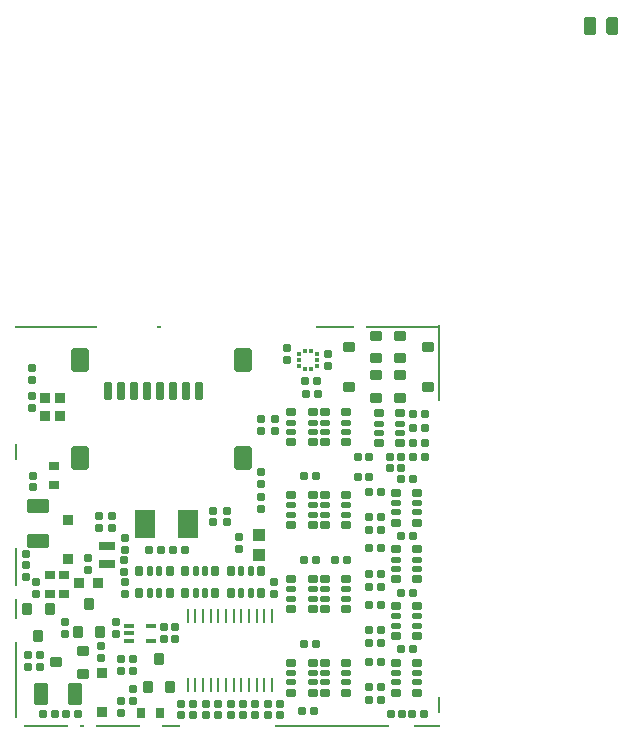
<source format=gbp>
G75*
G70*
%OFA0B0*%
%FSLAX25Y25*%
%IPPOS*%
%LPD*%
%AMOC8*
5,1,8,0,0,1.08239X$1,22.5*
%
%AMM100*
21,1,0.035830,0.026770,-0.000000,0.000000,90.000000*
21,1,0.029130,0.033470,-0.000000,0.000000,90.000000*
1,1,0.006690,0.013390,0.014570*
1,1,0.006690,0.013390,-0.014570*
1,1,0.006690,-0.013390,-0.014570*
1,1,0.006690,-0.013390,0.014570*
%
%AMM101*
21,1,0.027560,0.049610,-0.000000,0.000000,90.000000*
21,1,0.022050,0.055120,-0.000000,0.000000,90.000000*
1,1,0.005510,0.024800,0.011020*
1,1,0.005510,0.024800,-0.011020*
1,1,0.005510,-0.024800,-0.011020*
1,1,0.005510,-0.024800,0.011020*
%
%AMM102*
21,1,0.070870,0.036220,-0.000000,0.000000,180.000000*
21,1,0.061810,0.045280,-0.000000,0.000000,180.000000*
1,1,0.009060,-0.030910,0.018110*
1,1,0.009060,0.030910,0.018110*
1,1,0.009060,0.030910,-0.018110*
1,1,0.009060,-0.030910,-0.018110*
%
%AMM103*
21,1,0.027560,0.030710,-0.000000,0.000000,180.000000*
21,1,0.022050,0.036220,-0.000000,0.000000,180.000000*
1,1,0.005510,-0.011020,0.015350*
1,1,0.005510,0.011020,0.015350*
1,1,0.005510,0.011020,-0.015350*
1,1,0.005510,-0.011020,-0.015350*
%
%AMM59*
21,1,0.025590,0.026380,-0.000000,0.000000,0.000000*
21,1,0.020470,0.031500,-0.000000,0.000000,0.000000*
1,1,0.005120,0.010240,-0.013190*
1,1,0.005120,-0.010240,-0.013190*
1,1,0.005120,-0.010240,0.013190*
1,1,0.005120,0.010240,0.013190*
%
%AMM60*
21,1,0.017720,0.027950,-0.000000,0.000000,0.000000*
21,1,0.014170,0.031500,-0.000000,0.000000,0.000000*
1,1,0.003540,0.007090,-0.013980*
1,1,0.003540,-0.007090,-0.013980*
1,1,0.003540,-0.007090,0.013980*
1,1,0.003540,0.007090,0.013980*
%
%AMM63*
21,1,0.027560,0.018900,-0.000000,0.000000,180.000000*
21,1,0.022840,0.023620,-0.000000,0.000000,180.000000*
1,1,0.004720,-0.011420,0.009450*
1,1,0.004720,0.011420,0.009450*
1,1,0.004720,0.011420,-0.009450*
1,1,0.004720,-0.011420,-0.009450*
%
%AMM65*
21,1,0.027560,0.018900,-0.000000,0.000000,270.000000*
21,1,0.022840,0.023620,-0.000000,0.000000,270.000000*
1,1,0.004720,-0.009450,-0.011420*
1,1,0.004720,-0.009450,0.011420*
1,1,0.004720,0.009450,0.011420*
1,1,0.004720,0.009450,-0.011420*
%
%AMM67*
21,1,0.035430,0.030320,-0.000000,0.000000,0.000000*
21,1,0.028350,0.037400,-0.000000,0.000000,0.000000*
1,1,0.007090,0.014170,-0.015160*
1,1,0.007090,-0.014170,-0.015160*
1,1,0.007090,-0.014170,0.015160*
1,1,0.007090,0.014170,0.015160*
%
%AMM70*
21,1,0.027560,0.030710,-0.000000,0.000000,90.000000*
21,1,0.022050,0.036220,-0.000000,0.000000,90.000000*
1,1,0.005510,0.015350,0.011020*
1,1,0.005510,0.015350,-0.011020*
1,1,0.005510,-0.015350,-0.011020*
1,1,0.005510,-0.015350,0.011020*
%
%AMM91*
21,1,0.033470,0.026770,-0.000000,0.000000,180.000000*
21,1,0.026770,0.033470,-0.000000,0.000000,180.000000*
1,1,0.006690,-0.013390,0.013390*
1,1,0.006690,0.013390,0.013390*
1,1,0.006690,0.013390,-0.013390*
1,1,0.006690,-0.013390,-0.013390*
%
%AMM92*
21,1,0.025590,0.026380,-0.000000,0.000000,90.000000*
21,1,0.020470,0.031500,-0.000000,0.000000,90.000000*
1,1,0.005120,0.013190,0.010240*
1,1,0.005120,0.013190,-0.010240*
1,1,0.005120,-0.013190,-0.010240*
1,1,0.005120,-0.013190,0.010240*
%
%AMM93*
21,1,0.017720,0.027950,-0.000000,0.000000,90.000000*
21,1,0.014170,0.031500,-0.000000,0.000000,90.000000*
1,1,0.003540,0.013980,0.007090*
1,1,0.003540,0.013980,-0.007090*
1,1,0.003540,-0.013980,-0.007090*
1,1,0.003540,-0.013980,0.007090*
%
%AMM94*
21,1,0.033470,0.026770,-0.000000,0.000000,90.000000*
21,1,0.026770,0.033470,-0.000000,0.000000,90.000000*
1,1,0.006690,0.013390,0.013390*
1,1,0.006690,0.013390,-0.013390*
1,1,0.006690,-0.013390,-0.013390*
1,1,0.006690,-0.013390,0.013390*
%
%AMM95*
21,1,0.078740,0.045670,-0.000000,0.000000,270.000000*
21,1,0.067320,0.057090,-0.000000,0.000000,270.000000*
1,1,0.011420,-0.022840,-0.033660*
1,1,0.011420,-0.022840,0.033660*
1,1,0.011420,0.022840,0.033660*
1,1,0.011420,0.022840,-0.033660*
%
%AMM96*
21,1,0.059060,0.020470,-0.000000,0.000000,270.000000*
21,1,0.053940,0.025590,-0.000000,0.000000,270.000000*
1,1,0.005120,-0.010240,-0.026970*
1,1,0.005120,-0.010240,0.026970*
1,1,0.005120,0.010240,0.026970*
1,1,0.005120,0.010240,-0.026970*
%
%AMM97*
21,1,0.035430,0.030320,-0.000000,0.000000,270.000000*
21,1,0.028350,0.037400,-0.000000,0.000000,270.000000*
1,1,0.007090,-0.015160,-0.014170*
1,1,0.007090,-0.015160,0.014170*
1,1,0.007090,0.015160,0.014170*
1,1,0.007090,0.015160,-0.014170*
%
%AMM98*
21,1,0.012600,0.028980,-0.000000,0.000000,270.000000*
21,1,0.010080,0.031500,-0.000000,0.000000,270.000000*
1,1,0.002520,-0.014490,-0.005040*
1,1,0.002520,-0.014490,0.005040*
1,1,0.002520,0.014490,0.005040*
1,1,0.002520,0.014490,-0.005040*
%
%AMM99*
21,1,0.070870,0.036220,-0.000000,0.000000,90.000000*
21,1,0.061810,0.045280,-0.000000,0.000000,90.000000*
1,1,0.009060,0.018110,0.030910*
1,1,0.009060,0.018110,-0.030910*
1,1,0.009060,-0.018110,-0.030910*
1,1,0.009060,-0.018110,0.030910*
%
%ADD116R,0.01378X0.01476*%
%ADD123R,0.01476X0.01378*%
%ADD13R,0.14567X0.00787*%
%ADD14R,0.01575X0.00787*%
%ADD147M59*%
%ADD148M60*%
%ADD15R,0.06299X0.00787*%
%ADD152M63*%
%ADD154M65*%
%ADD156M67*%
%ADD16R,0.38189X0.00787*%
%ADD160M70*%
%ADD17R,0.09055X0.00787*%
%ADD18R,0.00787X0.05512*%
%ADD183M91*%
%ADD184M92*%
%ADD185M93*%
%ADD186M94*%
%ADD187M95*%
%ADD188M96*%
%ADD189M97*%
%ADD19R,0.00787X0.25197*%
%ADD190M98*%
%ADD191O,0.00984X0.04961*%
%ADD192M99*%
%ADD193M100*%
%ADD194R,0.06693X0.09449*%
%ADD195M101*%
%ADD196R,0.04331X0.03937*%
%ADD197M102*%
%ADD198M103*%
%ADD20R,0.00787X0.06693*%
%ADD21R,0.00787X0.12992*%
%ADD22R,0.27559X0.00787*%
%ADD23R,0.12992X0.00787*%
%ADD24R,0.24803X0.00787*%
X0000000Y0000000D02*
%LPD*%
G01*
G36*
G01*
X0289547Y0277067D02*
X0289547Y0281988D01*
G75*
G02*
X0289941Y0282382I0000394J0000000D01*
G01*
X0293091Y0282382D01*
G75*
G02*
X0293484Y0281988I0000000J-000394D01*
G01*
X0293484Y0277067D01*
G75*
G02*
X0293091Y0276673I-000394J0000000D01*
G01*
X0289941Y0276673D01*
G75*
G02*
X0289547Y0277067I0000000J0000394D01*
G01*
G37*
G36*
G01*
X0297028Y0277067D02*
X0297028Y0281988D01*
G75*
G02*
X0297421Y0282382I0000394J0000000D01*
G01*
X0300571Y0282382D01*
G75*
G02*
X0300965Y0281988I0000000J-000394D01*
G01*
X0300965Y0277067D01*
G75*
G02*
X0300571Y0276673I-000394J0000000D01*
G01*
X0297421Y0276673D01*
G75*
G02*
X0297028Y0277067I0000000J0000394D01*
G01*
G37*
X0241634Y0045768D02*
G01*
G75*
D21*
X0100295Y0099115D02*
D03*
D20*
X0100295Y0085335D02*
D03*
D23*
X0206398Y0179233D02*
D03*
D18*
X0100295Y0137500D02*
D03*
X0241240Y0053248D02*
D03*
D19*
X0241240Y0167028D02*
D03*
X0100295Y0061516D02*
D03*
D16*
X0205610Y0046162D02*
D03*
D17*
X0237106Y0046162D02*
D03*
D15*
X0151870Y0046162D02*
D03*
D24*
X0229232Y0179233D02*
D03*
D22*
X0113681Y0179233D02*
D03*
D13*
X0134351Y0046162D02*
D03*
X0110335Y0046162D02*
D03*
D14*
X0122343Y0046162D02*
D03*
X0147933Y0179233D02*
D03*
D147*
X0156595Y0097737D02*
D03*
X0181890Y0097737D02*
D03*
X0166634Y0097737D02*
D03*
X0171850Y0097737D02*
D03*
X0141339Y0090650D02*
D03*
X0141339Y0097737D02*
D03*
X0151378Y0097737D02*
D03*
X0151378Y0090650D02*
D03*
X0181890Y0090650D02*
D03*
X0171850Y0090650D02*
D03*
X0166634Y0090650D02*
D03*
X0156595Y0090650D02*
D03*
D148*
X0160040Y0097737D02*
D03*
X0175295Y0097737D02*
D03*
X0163189Y0097737D02*
D03*
X0178445Y0097737D02*
D03*
X0147933Y0097737D02*
D03*
X0144784Y0097737D02*
D03*
X0144784Y0090650D02*
D03*
X0147933Y0090650D02*
D03*
X0175295Y0090650D02*
D03*
X0178445Y0090650D02*
D03*
X0160040Y0090650D02*
D03*
X0163189Y0090650D02*
D03*
D152*
X0103445Y0099705D02*
D03*
X0103445Y0095768D02*
D03*
X0106988Y0094193D02*
D03*
X0106988Y0090256D02*
D03*
X0124311Y0102067D02*
D03*
X0124311Y0098130D02*
D03*
X0182013Y0130720D02*
D03*
X0182013Y0126783D02*
D03*
X0182013Y0122524D02*
D03*
X0182013Y0118587D02*
D03*
X0149546Y0079202D02*
D03*
X0149546Y0075265D02*
D03*
X0153269Y0079202D02*
D03*
X0153269Y0075265D02*
D03*
X0116437Y0076786D02*
D03*
X0116437Y0080723D02*
D03*
X0105504Y0165420D02*
D03*
X0105743Y0129672D02*
D03*
X0182013Y0144587D02*
D03*
X0127855Y0112303D02*
D03*
X0132185Y0112303D02*
D03*
X0136404Y0108873D02*
D03*
X0136349Y0097596D02*
D03*
X0166009Y0118012D02*
D03*
X0174494Y0105286D02*
D03*
X0204360Y0170203D02*
D03*
X0186516Y0144587D02*
D03*
X0103445Y0103642D02*
D03*
X0136440Y0090256D02*
D03*
X0135042Y0068603D02*
D03*
X0135042Y0054538D02*
D03*
X0139272Y0068603D02*
D03*
X0139272Y0054538D02*
D03*
X0186180Y0094241D02*
D03*
X0188091Y0049705D02*
D03*
X0127855Y0116240D02*
D03*
X0166009Y0114075D02*
D03*
X0170497Y0114075D02*
D03*
X0170497Y0118012D02*
D03*
X0190453Y0172146D02*
D03*
X0190453Y0168209D02*
D03*
X0204360Y0166266D02*
D03*
X0133536Y0080821D02*
D03*
X0133536Y0076884D02*
D03*
X0135042Y0050600D02*
D03*
X0136440Y0094193D02*
D03*
X0174494Y0109223D02*
D03*
X0136349Y0101533D02*
D03*
X0136404Y0104936D02*
D03*
X0139272Y0064666D02*
D03*
X0186180Y0090304D02*
D03*
X0188091Y0053642D02*
D03*
X0105743Y0125735D02*
D03*
X0103445Y0099705D02*
D03*
X0128469Y0072933D02*
D03*
X0128469Y0068996D02*
D03*
X0135042Y0064666D02*
D03*
X0186516Y0148524D02*
D03*
X0182013Y0148524D02*
D03*
X0132185Y0116240D02*
D03*
X0105504Y0161483D02*
D03*
X0105504Y0152167D02*
D03*
X0105504Y0156104D02*
D03*
X0139272Y0058475D02*
D03*
X0184154Y0049705D02*
D03*
X0184154Y0053642D02*
D03*
X0171752Y0049705D02*
D03*
X0171752Y0053642D02*
D03*
X0167618Y0049705D02*
D03*
X0167618Y0053642D02*
D03*
X0159350Y0049705D02*
D03*
X0159350Y0053642D02*
D03*
X0163484Y0049705D02*
D03*
X0163484Y0053642D02*
D03*
X0155217Y0049705D02*
D03*
X0155217Y0053642D02*
D03*
X0175886Y0049705D02*
D03*
X0175886Y0053642D02*
D03*
X0180020Y0049705D02*
D03*
X0180020Y0053642D02*
D03*
D154*
X0152658Y0104695D02*
D03*
X0148425Y0104695D02*
D03*
X0236516Y0150099D02*
D03*
X0236516Y0145374D02*
D03*
X0236516Y0140650D02*
D03*
X0236516Y0135926D02*
D03*
X0108169Y0065847D02*
D03*
X0108169Y0069981D02*
D03*
X0200390Y0161161D02*
D03*
X0196453Y0161161D02*
D03*
X0109351Y0050232D02*
D03*
X0113287Y0050232D02*
D03*
X0144488Y0104695D02*
D03*
X0156595Y0104695D02*
D03*
X0200886Y0156989D02*
D03*
X0196949Y0156989D02*
D03*
X0228662Y0132216D02*
D03*
X0224725Y0132216D02*
D03*
X0224725Y0135926D02*
D03*
X0228662Y0135926D02*
D03*
X0214075Y0135926D02*
D03*
X0218012Y0135926D02*
D03*
X0232579Y0135926D02*
D03*
X0232579Y0140650D02*
D03*
X0232579Y0150099D02*
D03*
X0232579Y0145374D02*
D03*
X0199385Y0051267D02*
D03*
X0195448Y0051267D02*
D03*
X0196358Y0101477D02*
D03*
X0200295Y0101477D02*
D03*
X0206595Y0101477D02*
D03*
X0210532Y0101477D02*
D03*
X0196358Y0073524D02*
D03*
X0200295Y0073524D02*
D03*
X0221752Y0096949D02*
D03*
X0217815Y0096949D02*
D03*
X0221752Y0067619D02*
D03*
X0217815Y0067619D02*
D03*
X0221752Y0054823D02*
D03*
X0217815Y0054823D02*
D03*
X0228662Y0071715D02*
D03*
X0232599Y0071715D02*
D03*
X0229036Y0050099D02*
D03*
X0225099Y0050099D02*
D03*
X0232185Y0050296D02*
D03*
X0236122Y0050296D02*
D03*
X0120877Y0050232D02*
D03*
X0116940Y0050232D02*
D03*
X0104232Y0065847D02*
D03*
X0104232Y0069981D02*
D03*
X0217815Y0073721D02*
D03*
X0221752Y0073721D02*
D03*
X0217815Y0078051D02*
D03*
X0221752Y0078051D02*
D03*
X0217815Y0086516D02*
D03*
X0221752Y0086516D02*
D03*
X0232599Y0090682D02*
D03*
X0228662Y0090682D02*
D03*
X0200295Y0129429D02*
D03*
X0196358Y0129429D02*
D03*
X0217815Y0059154D02*
D03*
X0221752Y0059154D02*
D03*
X0232599Y0109525D02*
D03*
X0228662Y0109525D02*
D03*
X0217815Y0105414D02*
D03*
X0221752Y0105414D02*
D03*
X0217815Y0092619D02*
D03*
X0221752Y0092619D02*
D03*
X0232599Y0128505D02*
D03*
X0228662Y0128505D02*
D03*
X0217815Y0124312D02*
D03*
X0221752Y0124312D02*
D03*
X0217815Y0115847D02*
D03*
X0221752Y0115847D02*
D03*
X0217815Y0111516D02*
D03*
X0221752Y0111516D02*
D03*
X0214075Y0129293D02*
D03*
X0218012Y0129293D02*
D03*
D156*
X0111378Y0085325D02*
D03*
X0120853Y0077585D02*
D03*
X0144223Y0059252D02*
D03*
D160*
X0112795Y0132973D02*
D03*
X0112795Y0126673D02*
D03*
X0111417Y0096359D02*
D03*
X0111417Y0090059D02*
D03*
X0116043Y0096359D02*
D03*
X0116043Y0090059D02*
D03*
D156*
X0147964Y0068504D02*
D03*
X0128333Y0077585D02*
D03*
X0124593Y0086837D02*
D03*
X0103898Y0085325D02*
D03*
X0107638Y0076073D02*
D03*
X0151704Y0059252D02*
D03*
D183*
X0121240Y0093799D02*
D03*
X0127461Y0093799D02*
D03*
D184*
X0192028Y0123229D02*
D03*
X0199114Y0123229D02*
D03*
X0199114Y0113189D02*
D03*
X0192028Y0113189D02*
D03*
X0199114Y0095276D02*
D03*
X0199114Y0067323D02*
D03*
X0203051Y0085237D02*
D03*
X0228248Y0140355D02*
D03*
X0221162Y0140355D02*
D03*
X0221162Y0150394D02*
D03*
X0228248Y0150394D02*
D03*
X0210138Y0057284D02*
D03*
X0203051Y0057284D02*
D03*
X0203051Y0067323D02*
D03*
X0210138Y0067323D02*
D03*
X0192028Y0067323D02*
D03*
X0199114Y0057284D02*
D03*
X0192028Y0057284D02*
D03*
X0210138Y0085237D02*
D03*
X0203051Y0095276D02*
D03*
X0210138Y0095276D02*
D03*
X0192028Y0095276D02*
D03*
X0199114Y0085237D02*
D03*
X0192028Y0085237D02*
D03*
X0233957Y0086221D02*
D03*
X0226870Y0086221D02*
D03*
X0226870Y0076181D02*
D03*
X0233957Y0076181D02*
D03*
X0233957Y0067323D02*
D03*
X0226870Y0067323D02*
D03*
X0226870Y0057284D02*
D03*
X0233957Y0057284D02*
D03*
X0233957Y0105119D02*
D03*
X0226870Y0105119D02*
D03*
X0226870Y0095079D02*
D03*
X0233957Y0095079D02*
D03*
X0233957Y0124016D02*
D03*
X0226870Y0124016D02*
D03*
X0226870Y0113977D02*
D03*
X0233957Y0113977D02*
D03*
X0210138Y0123229D02*
D03*
X0203051Y0123229D02*
D03*
X0203051Y0113189D02*
D03*
X0210138Y0113189D02*
D03*
X0210138Y0150788D02*
D03*
X0203051Y0150788D02*
D03*
X0203051Y0140748D02*
D03*
X0210138Y0140748D02*
D03*
X0192028Y0140748D02*
D03*
X0199114Y0140748D02*
D03*
X0199114Y0150788D02*
D03*
X0192028Y0150788D02*
D03*
D185*
X0199114Y0116634D02*
D03*
X0199114Y0119784D02*
D03*
X0192028Y0119784D02*
D03*
X0192028Y0116634D02*
D03*
X0199114Y0091831D02*
D03*
X0199114Y0063878D02*
D03*
X0203051Y0088681D02*
D03*
X0221162Y0146949D02*
D03*
X0221162Y0143800D02*
D03*
X0228248Y0143800D02*
D03*
X0228248Y0146949D02*
D03*
X0203051Y0063878D02*
D03*
X0203051Y0060729D02*
D03*
X0210138Y0060729D02*
D03*
X0210138Y0063878D02*
D03*
X0199114Y0060729D02*
D03*
X0192028Y0063878D02*
D03*
X0192028Y0060729D02*
D03*
X0203051Y0091831D02*
D03*
X0210138Y0088681D02*
D03*
X0210138Y0091831D02*
D03*
X0199114Y0088682D02*
D03*
X0192028Y0091831D02*
D03*
X0192028Y0088682D02*
D03*
X0233957Y0082776D02*
D03*
X0233957Y0079626D02*
D03*
X0226870Y0079626D02*
D03*
X0226870Y0082776D02*
D03*
X0233957Y0063879D02*
D03*
X0233957Y0060729D02*
D03*
X0226870Y0060729D02*
D03*
X0226870Y0063879D02*
D03*
X0233957Y0101674D02*
D03*
X0233957Y0098524D02*
D03*
X0226870Y0098524D02*
D03*
X0226870Y0101674D02*
D03*
X0233957Y0120571D02*
D03*
X0233957Y0117422D02*
D03*
X0226870Y0117422D02*
D03*
X0226870Y0120571D02*
D03*
X0210138Y0119784D02*
D03*
X0210138Y0116634D02*
D03*
X0203051Y0116634D02*
D03*
X0203051Y0119784D02*
D03*
X0210138Y0147343D02*
D03*
X0210138Y0144193D02*
D03*
X0203051Y0144193D02*
D03*
X0203051Y0147343D02*
D03*
X0192028Y0144193D02*
D03*
X0192028Y0147343D02*
D03*
X0199114Y0147343D02*
D03*
X0199114Y0144193D02*
D03*
D186*
X0114764Y0155571D02*
D03*
X0109774Y0155571D02*
D03*
X0109774Y0149351D02*
D03*
X0114764Y0149351D02*
D03*
D187*
X0121654Y0168209D02*
D03*
X0121654Y0135532D02*
D03*
X0175787Y0168209D02*
D03*
X0175787Y0135532D02*
D03*
D188*
X0139685Y0157973D02*
D03*
X0131024Y0157973D02*
D03*
X0135354Y0157973D02*
D03*
X0144016Y0157973D02*
D03*
X0148347Y0157973D02*
D03*
X0152677Y0157973D02*
D03*
X0157008Y0157973D02*
D03*
X0161339Y0157973D02*
D03*
D189*
X0220295Y0176280D02*
D03*
X0220295Y0163076D02*
D03*
X0228327Y0168799D02*
D03*
X0228327Y0155596D02*
D03*
X0211043Y0172540D02*
D03*
X0211043Y0159336D02*
D03*
X0237579Y0159336D02*
D03*
X0122658Y0071162D02*
D03*
X0113406Y0067422D02*
D03*
X0237579Y0172540D02*
D03*
D123*
X0194522Y0170203D02*
D03*
X0194522Y0166266D02*
D03*
X0200526Y0170203D02*
D03*
X0200526Y0168235D02*
D03*
X0194522Y0168235D02*
D03*
X0200526Y0166266D02*
D03*
D190*
X0137874Y0079638D02*
D03*
X0137874Y0074520D02*
D03*
X0137874Y0077079D02*
D03*
X0145355Y0079638D02*
D03*
X0145355Y0074520D02*
D03*
D191*
X0157382Y0082855D02*
D03*
X0159941Y0059863D02*
D03*
X0157382Y0059863D02*
D03*
X0180413Y0082855D02*
D03*
X0182972Y0059863D02*
D03*
X0185532Y0059863D02*
D03*
X0180413Y0059863D02*
D03*
X0177854Y0059863D02*
D03*
X0175295Y0059863D02*
D03*
X0172736Y0059863D02*
D03*
X0170177Y0059863D02*
D03*
X0167618Y0059863D02*
D03*
X0165059Y0059863D02*
D03*
X0162500Y0059863D02*
D03*
X0185532Y0082855D02*
D03*
X0182972Y0082855D02*
D03*
X0177854Y0082855D02*
D03*
X0175295Y0082855D02*
D03*
X0172736Y0082855D02*
D03*
X0170177Y0082855D02*
D03*
X0167618Y0082855D02*
D03*
X0165059Y0082855D02*
D03*
X0162500Y0082855D02*
D03*
X0159941Y0082855D02*
D03*
D192*
X0119795Y0056792D02*
D03*
X0108377Y0056792D02*
D03*
D193*
X0117660Y0114882D02*
D03*
X0117660Y0101890D02*
D03*
X0128860Y0050805D02*
D03*
X0128860Y0063797D02*
D03*
D194*
X0143065Y0113657D02*
D03*
X0157632Y0113657D02*
D03*
D116*
X0198508Y0165233D02*
D03*
X0196540Y0165233D02*
D03*
X0196540Y0171237D02*
D03*
X0198508Y0171237D02*
D03*
D195*
X0130542Y0100246D02*
D03*
X0130542Y0106151D02*
D03*
D189*
X0220295Y0168799D02*
D03*
X0220295Y0155596D02*
D03*
X0228327Y0163076D02*
D03*
X0122658Y0063681D02*
D03*
X0228327Y0176280D02*
D03*
D196*
X0181201Y0103049D02*
D03*
X0181201Y0109742D02*
D03*
D197*
X0107664Y0119410D02*
D03*
X0107664Y0107993D02*
D03*
D198*
X0142028Y0050493D02*
D03*
X0148327Y0050493D02*
D03*
M02*

</source>
